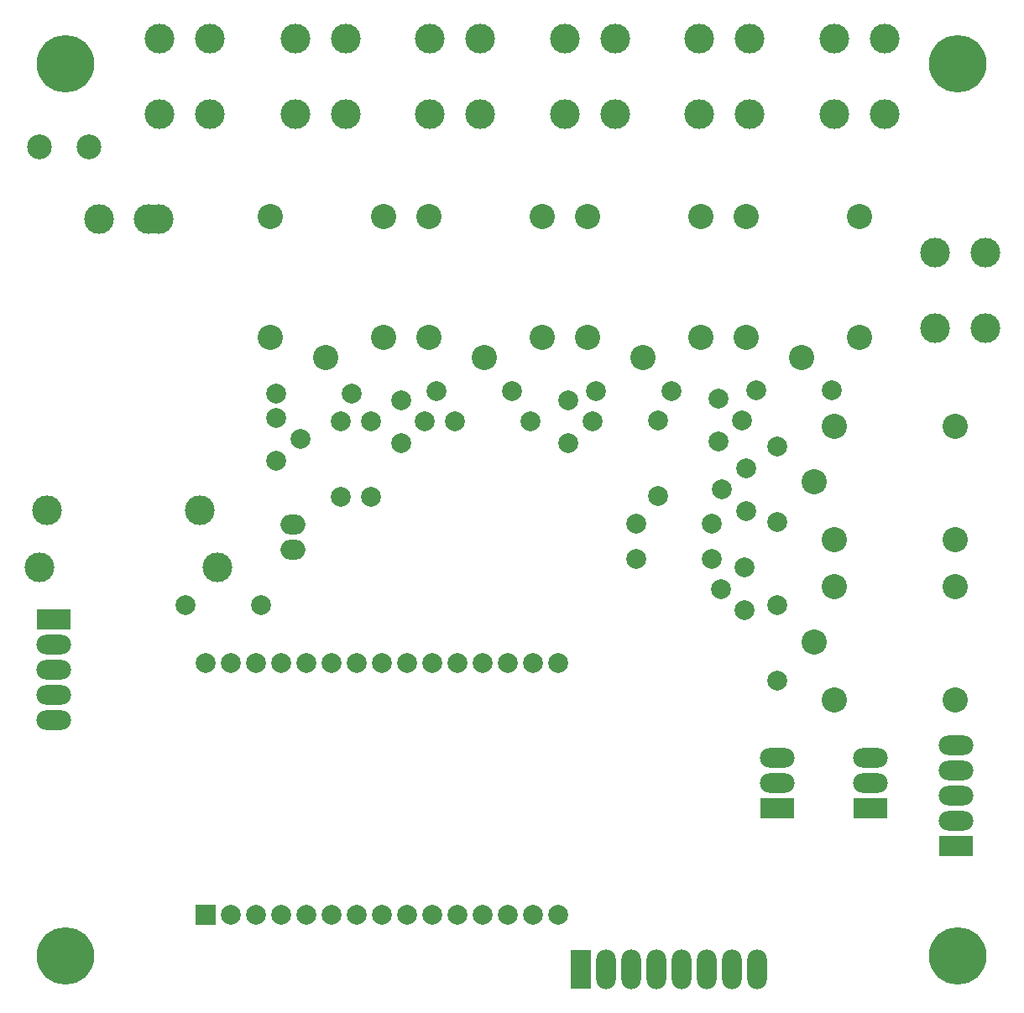
<source format=gbr>
G04*
G04 #@! TF.GenerationSoftware,Altium Limited,Altium Designer,24.3.1 (35)*
G04*
G04 Layer_Color=255*
%FSLAX25Y25*%
%MOIN*%
G70*
G04*
G04 #@! TF.SameCoordinates,1CC19C7B-97DE-4EE6-9EAD-702A75026B31*
G04*
G04*
G04 #@! TF.FilePolarity,Positive*
G04*
G01*
G75*
%ADD39C,0.11811*%
%ADD40C,0.07874*%
%ADD41R,0.07874X0.07874*%
%ADD42C,0.10000*%
%ADD43O,0.09843X0.07874*%
%ADD44O,0.13780X0.07874*%
%ADD45R,0.13780X0.07874*%
%ADD46O,0.07874X0.15748*%
%ADD47R,0.07874X0.15748*%
%ADD48O,0.07874X0.15748*%
%ADD49C,0.09843*%
%ADD50C,0.22835*%
D39*
X9378Y173917D02*
D03*
X80244D02*
D03*
X33000Y312500D02*
D03*
X56622D02*
D03*
X385000Y299000D02*
D03*
Y269000D02*
D03*
X365000Y299000D02*
D03*
Y269000D02*
D03*
X12528Y196752D02*
D03*
X73157D02*
D03*
X33000Y312500D02*
D03*
X52685D02*
D03*
X77000Y384000D02*
D03*
Y354000D02*
D03*
X57000Y384000D02*
D03*
Y354000D02*
D03*
X131000Y384000D02*
D03*
Y354000D02*
D03*
X111000Y384000D02*
D03*
Y354000D02*
D03*
X184500Y384000D02*
D03*
Y354000D02*
D03*
X164500Y384000D02*
D03*
Y354000D02*
D03*
X238000Y384000D02*
D03*
Y354000D02*
D03*
X218000Y384000D02*
D03*
Y354000D02*
D03*
X291500Y384000D02*
D03*
Y354000D02*
D03*
X271500Y384000D02*
D03*
Y354000D02*
D03*
X345000Y384000D02*
D03*
Y354000D02*
D03*
X325000Y384000D02*
D03*
Y354000D02*
D03*
D40*
X215500Y136000D02*
D03*
X205500D02*
D03*
X195500D02*
D03*
X185500D02*
D03*
X175500D02*
D03*
X165500D02*
D03*
X155500D02*
D03*
X145500D02*
D03*
X135500D02*
D03*
X125500D02*
D03*
X115500D02*
D03*
X105500D02*
D03*
X95500D02*
D03*
X85500D02*
D03*
X75500D02*
D03*
X215500Y36000D02*
D03*
X205500D02*
D03*
X195500D02*
D03*
X185500D02*
D03*
X175500D02*
D03*
X165500D02*
D03*
X155500D02*
D03*
X145500D02*
D03*
X135500D02*
D03*
X125500D02*
D03*
X115500D02*
D03*
X105500D02*
D03*
X95500D02*
D03*
X85500D02*
D03*
X289500Y174000D02*
D03*
X280000Y165500D02*
D03*
X289500Y157000D02*
D03*
X302500Y159000D02*
D03*
Y129000D02*
D03*
X276500Y177500D02*
D03*
X246500D02*
D03*
X103500Y233500D02*
D03*
X113000Y225000D02*
D03*
X103500Y216500D02*
D03*
X133500Y243000D02*
D03*
X103500D02*
D03*
X129000Y202000D02*
D03*
Y232000D02*
D03*
X153000Y240500D02*
D03*
X162500Y232000D02*
D03*
X153000Y223500D02*
D03*
X141000Y202000D02*
D03*
Y232000D02*
D03*
X197000Y244000D02*
D03*
X167000D02*
D03*
X174500Y232000D02*
D03*
X204500D02*
D03*
X219500Y240500D02*
D03*
X229000Y232000D02*
D03*
X219500Y223500D02*
D03*
X260500Y244000D02*
D03*
X230500D02*
D03*
X255000Y202500D02*
D03*
Y232500D02*
D03*
X279000Y241000D02*
D03*
X288500Y232500D02*
D03*
X279000Y224000D02*
D03*
X324000Y244500D02*
D03*
X294000D02*
D03*
X246500Y191500D02*
D03*
X276500D02*
D03*
X302500Y192000D02*
D03*
Y222000D02*
D03*
X290000Y196500D02*
D03*
X280500Y205000D02*
D03*
X290000Y213500D02*
D03*
X67500Y159000D02*
D03*
X97500D02*
D03*
D41*
X75500Y36000D02*
D03*
D42*
X325000Y166500D02*
D03*
Y121500D02*
D03*
X317000Y144500D02*
D03*
X373000Y166500D02*
D03*
Y121500D02*
D03*
Y185000D02*
D03*
Y230000D02*
D03*
X317000Y208000D02*
D03*
X325000Y185000D02*
D03*
Y230000D02*
D03*
X146000Y313500D02*
D03*
X101000D02*
D03*
X123000Y257500D02*
D03*
X146000Y265500D02*
D03*
X101000D02*
D03*
X209000Y313500D02*
D03*
X164000D02*
D03*
X186000Y257500D02*
D03*
X209000Y265500D02*
D03*
X164000D02*
D03*
X272000Y313500D02*
D03*
X227000D02*
D03*
X249000Y257500D02*
D03*
X272000Y265500D02*
D03*
X227000D02*
D03*
X335000Y313500D02*
D03*
X290000D02*
D03*
X312000Y257500D02*
D03*
X335000Y265500D02*
D03*
X290000D02*
D03*
D43*
X110000Y181000D02*
D03*
Y191000D02*
D03*
D44*
X373500Y73500D02*
D03*
Y83500D02*
D03*
Y93500D02*
D03*
Y103500D02*
D03*
X339500Y88500D02*
D03*
Y98500D02*
D03*
X302500Y88500D02*
D03*
Y98500D02*
D03*
X15000Y143500D02*
D03*
Y133500D02*
D03*
Y123500D02*
D03*
Y113500D02*
D03*
D45*
X373500Y63500D02*
D03*
X339500Y78500D02*
D03*
X302500D02*
D03*
X15000Y153500D02*
D03*
D46*
X264500Y14500D02*
D03*
X244500D02*
D03*
X254500D02*
D03*
X284500D02*
D03*
X274500D02*
D03*
X294500D02*
D03*
D47*
X224500D02*
D03*
D48*
X234500D02*
D03*
D49*
X9315Y341000D02*
D03*
X29000D02*
D03*
D50*
X19685Y19685D02*
D03*
Y374016D02*
D03*
X374016D02*
D03*
Y19685D02*
D03*
M02*

</source>
